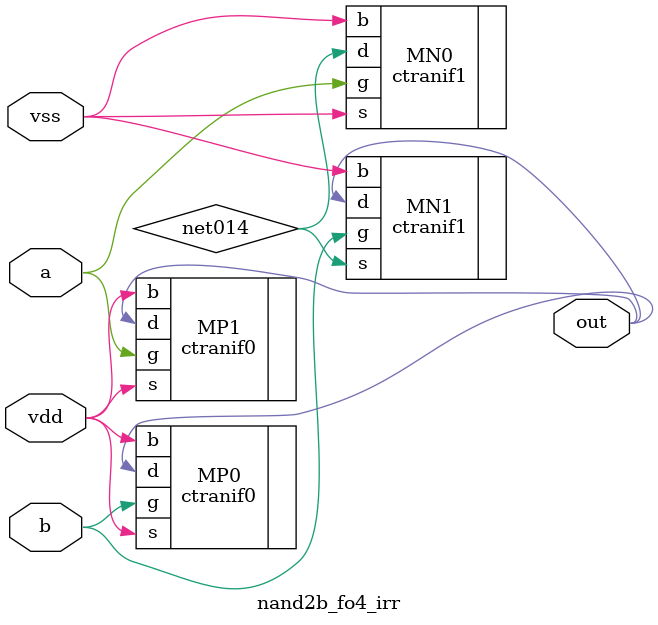
<source format=sv>

`timescale 1ns / 1ns 

module nand2b_fo4_irr ( out, a, b, vdd, vss );

output  out;

input  a, b, vdd, vss;


specify 
    specparam CDS_LIBNAME  = "MIPS25";
    specparam CDS_CELLNAME = "nand2b_fo4_irr";
    specparam CDS_VIEWNAME = "schematic";
endspecify

ctranif1  MN0 ( .b(vss), .d(net014), .g(a), .s(vss));
ctranif1  MN1 ( .b(vss), .d(out), .g(b), .s(net014));
ctranif0  MP0 ( .b(vdd), .s(vdd), .g(b), .d(out));
ctranif0  MP1 ( .b(vdd), .s(vdd), .g(a), .d(out));

endmodule

</source>
